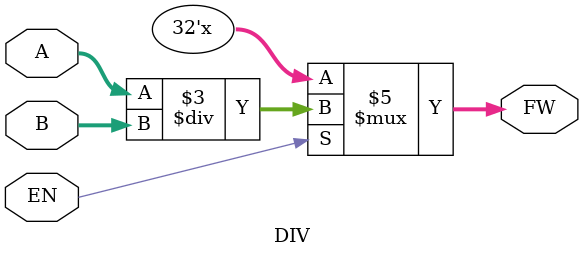
<source format=v>
module DIV(FW,A,B,EN);
    parameter N=32;
    input [N-1:0] A,B;
    input EN;
    output reg [N-1:0] FW;
    
    always @(A,B,EN) begin
        if(EN==1) FW<=A/B;
        else FW<=32'bz;
    end
endmodule

</source>
